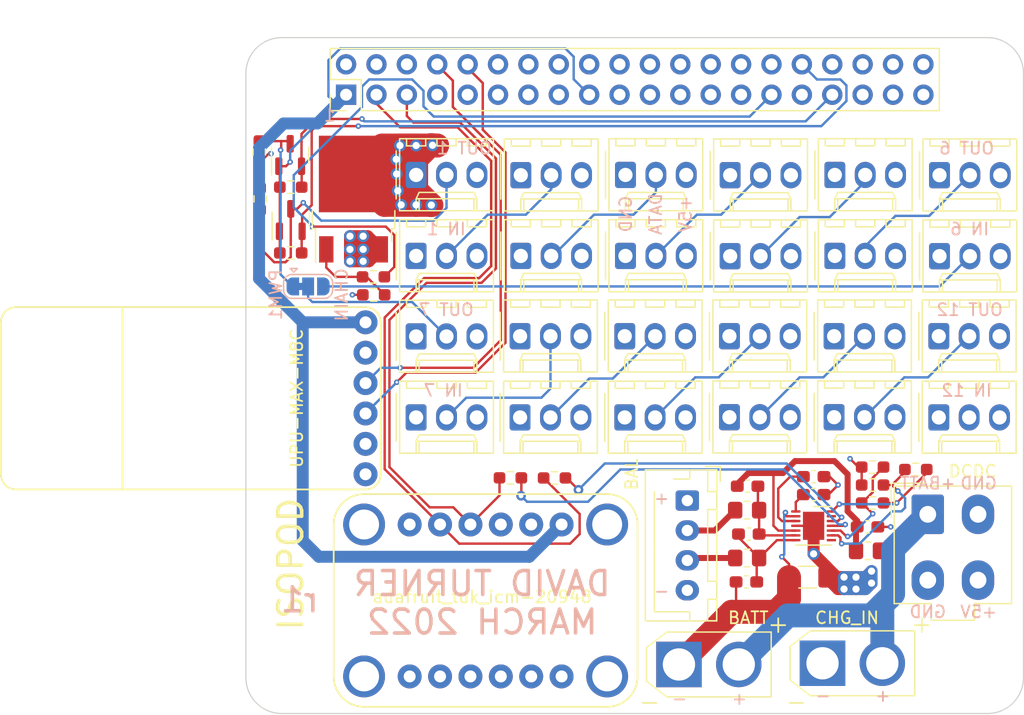
<source format=kicad_pcb>
(kicad_pcb (version 20211014) (generator pcbnew)
  (layers (0 "F.Cu" signal) (1 "In1.Cu" signal) (2 "In2.Cu" signal) (31 "B.Cu" signal) (34 "B.Paste" user) (35 "F.Paste" user) (36 "B.SilkS" user "B.Silkscreen") (37 "F.SilkS" user "F.Silkscreen") (38 "B.Mask" user) (39 "F.Mask" user) (44 "Edge.Cuts" user))
  (net 0 "")
  (net 1 "Net-(C1-Pad1)")
  (net 2 "GND")
  (net 3 "Net-(C2-Pad1)")
  (net 4 "Net-(C3-Pad1)")
  (net 5 "Net-(C3-Pad2)")
  (net 6 "Net-(C5-Pad2)")
  (net 7 "Net-(C6-Pad2)")
  (net 8 "/LED_GND")
  (net 9 "/LED_DATA_1")
  (net 10 "+5V")
  (net 11 "Net-(J10-Pad2)")
  (net 12 "Net-(J11-Pad2)")
  (net 13 "Net-(J12-Pad2)")
  (net 14 "Net-(J13-Pad2)")
  (net 15 "Net-(J14-Pad2)")
  (net 16 "Net-(J15-Pad2)")
  (net 17 "Net-(J17-Pad2)")
  (net 18 "Net-(J18-Pad2)")
  (net 19 "Net-(J19-Pad2)")
  (net 20 "Net-(J20-Pad2)")
  (net 21 "Net-(J21-Pad2)")
  (net 22 "Net-(J22-Pad2)")
  (net 25 "Net-(J29-Pad2)")
  (net 26 "Net-(J29-Pad3)")
  (net 28 "+3V3")
  (net 29 "/I2C_SDA")
  (net 30 "/I2C_SCL")
  (net 32 "/GPS_RXD")
  (net 33 "/GPS_TXD")
  (net 48 "/LED_PWR_EN")
  (net 50 "/LED_DATA_LV_1")
  (net 51 "/LED_DATA_LV_2")
  (net 57 "/LED_DATA_2")
  (net 58 "Net-(Q1-Pad1)")
  (net 60 "Net-(R7-Pad1)")
  (net 61 "Net-(R8-Pad2)")
  (net 62 "Net-(R13-Pad1)")
  (net 72 "Net-(J1-Pad2)")
  (net 74 "Net-(R13-Pad2)")
  (net 75 "Net-(R14-Pad2)")
  (footprint "Connector_Molex:Molex_Mini-Fit_Jr_5566-04A_2x02_P4.20mm_Vertical" (layer "F.Cu") (at 207 139.85)
    (fp_text reference "J8" hide)
    (fp_text value "DCDC")
  )
  (footprint "Package_TO_SOT_SMD:SOT-23" (layer "F.Cu") (at 153.75 115.25 90)
    (fp_text reference "Q2" hide)
    (fp_text value "BSS138")
  )
  (footprint "Resistor_SMD:R_0603_1608Metric_Pad0.98x0.95mm_HandSolder" (layer "F.Cu") (at 153.75 112.5)
    (fp_text reference "R11" hide)
    (fp_text value "10k")
  )
  (footprint "Capacitor_SMD:C_0603_1608Metric_Pad1.08x0.95mm_HandSolder" (layer "F.Cu") (at 197.4625 138.2)
    (fp_text reference "C1" hide)
    (fp_text value "470n")
  )
  (footprint "Connector_Molex:Molex_KK-254_AE-6410-03A_1x03_P2.54mm_Vertical" (layer "F.Cu") (at 164.23 131.75)
    (fp_text reference "J23" hide)
    (fp_text value "IN 7")
  )
  (footprint "Connector_Molex:Molex_KK-254_AE-6410-03A_1x03_P2.54mm_Vertical" (layer "F.Cu") (at 207.98 118.27)
    (fp_text reference "J15" hide)
    (fp_text value "IN 6")
  )
  (footprint "MountingHole:MountingHole_2.7mm" (layer "F.Cu") (at 211.5 103.5)
    (fp_text reference "H4" hide)
    (fp_text value "MountingHole" hide)
  )
  (footprint "Resistor_SMD:R_0603_1608Metric_Pad0.98x0.95mm_HandSolder" (layer "F.Cu") (at 151.1125 109.5625 90)
    (fp_text reference "R12" hide)
    (fp_text value "10k")
  )
  (footprint "Connector_PinHeader_2.54mm:PinHeader_2x20_P2.54mm_Vertical" (layer "F.Cu") (at 158.375 104.775 90)
    (fp_text reference "J30" hide)
    (fp_text value "Raspberry_Pi_2_3")
  )
  (footprint "Package_TO_SOT_SMD:SOT-23" (layer "F.Cu") (at 153.7 109.8125 90)
    (fp_text reference "Q3" hide)
    (fp_text value "BSS138")
  )
  (footprint "Connector_Molex:Molex_KK-254_AE-6410-03A_1x03_P2.54mm_Vertical" (layer "F.Cu") (at 172.98 118.25)
    (fp_text reference "J11" hide)
    (fp_text value "IN 2")
  )
  (footprint "Connector_AMASS:AMASS_XT30U-M_1x02_P5.0mm_Vertical" (layer "F.Cu") (at 186.2 152.4)
    (fp_text reference "J16" hide)
    (fp_text value "BATT")
  )
  (footprint "Connector_Molex:Molex_KK-254_AE-6410-03A_1x03_P2.54mm_Vertical" (layer "F.Cu") (at 199.23 118.25)
    (fp_text reference "J14" hide)
    (fp_text value "IN 5")
  )
  (footprint "Resistor_SMD:R_1206_3216Metric_Pad1.30x1.75mm_HandSolder" (layer "F.Cu") (at 196.95 145.1)
    (fp_text reference "R4" hide)
    (fp_text value "0.01R")
  )
  (footprint "Connector_Molex:Molex_KK-254_AE-6410-03A_1x03_P2.54mm_Vertical" (layer "F.Cu") (at 190.48 118.27)
    (fp_text reference "J13" hide)
    (fp_text value "IN 4")
  )
  (footprint "Capacitor_SMD:C_0603_1608Metric_Pad1.08x0.95mm_HandSolder" (layer "F.Cu") (at 192.0375 141.5 180)
    (fp_text reference "C5" hide)
    (fp_text value "1n")
  )
  (footprint "Resistor_SMD:R_0603_1608Metric_Pad0.98x0.95mm_HandSolder" (layer "F.Cu") (at 172.1125 136.8)
    (fp_text reference "R8" hide)
    (fp_text value "150")
  )
  (footprint "Connector_AMASS:AMASS_XT30U-M_1x02_P5.0mm_Vertical" (layer "F.Cu") (at 198.2 152.3)
    (fp_text reference "J1" hide)
    (fp_text value "CHG_IN")
  )
  (footprint "Resistor_SMD:R_0805_2012Metric_Pad1.20x1.40mm_HandSolder" (layer "F.Cu") (at 202 142.9 180)
    (fp_text reference "R1" hide)
    (fp_text value "10")
  )
  (footprint "Connector_Molex:Molex_KK-254_AE-6410-03A_1x03_P2.54mm_Vertical" (layer "F.Cu") (at 181.67 124.96)
    (fp_text reference "J19" hide)
    (fp_text value "OUT 9")
  )
  (footprint "Resistor_SMD:R_0603_1608Metric_Pad0.98x0.95mm_HandSolder" (layer "F.Cu") (at 160.6625 120 180)
    (fp_text reference "R5" hide)
    (fp_text value "2R2")
  )
  (footprint "Connector_Molex:Molex_KK-254_AE-6410-03A_1x03_P2.54mm_Vertical" (layer "F.Cu") (at 164.23 111.48)
    (fp_text reference "J2" hide)
    (fp_text value "OUT 1")
  )
  (footprint "Capacitor_SMD:C_0603_1608Metric_Pad1.08x0.95mm_HandSolder" (layer "F.Cu") (at 201.9625 140.9)
    (fp_text reference "C4" hide)
    (fp_text value "100n")
  )
  (footprint "Resistor_SMD:R_0805_2012Metric_Pad1.20x1.40mm_HandSolder" (layer "F.Cu") (at 191.9 139.5)
    (fp_text reference "R2" hide)
    (fp_text value "100")
  )
  (footprint "Connector_Molex:Molex_KK-254_AE-6410-03A_1x03_P2.54mm_Vertical" (layer "F.Cu") (at 181.67 131.75)
    (fp_text reference "J25" hide)
    (fp_text value "IN 9")
  )
  (footprint "upu-max-m8c:upu-max-m8c" (layer "F.Cu") (at 160 136.5)
    (fp_text reference "U2" hide)
    (fp_text value "UPU-MAX-M8C")
  )
  (footprint "Resistor_SMD:R_0805_2012Metric_Pad1.20x1.40mm_HandSolder" (layer "F.Cu") (at 191.9 143.5)
    (fp_text reference "R3" hide)
    (fp_text value "100")
  )
  (footprint "adafruit-tdk-icm-20948:adafruit-tdk-icm-20948" (layer "F.Cu") (at 180.2 140.7 180)
    (fp_text reference "U3" hide)
    (fp_text value "adafruit_tdk_icm-20948")
  )
  (footprint "Connector_Molex:Molex_KK-254_AE-6410-03A_1x03_P2.54mm_Vertical" (layer "F.Cu") (at 181.73 111.48)
    (fp_text reference "J4" hide)
    (fp_text value "OUT 3")
  )
  (footprint "Capacitor_SMD:C_0603_1608Metric_Pad1.08x0.95mm_HandSolder" (layer "F.Cu") (at 191.9375 137.5)
    (fp_text reference "C3" hide)
    (fp_text value "1n")
  )
  (footprint "Connector_JST:JST_XH_B4B-XH-AM_1x04_P2.50mm_Vertical" (layer "F.Cu") (at 186.9 138.7 -90)
    (fp_text reference "J29" hide)
    (fp_text value "BAL")
  )
  (footprint "Connector_Molex:Molex_KK-254_AE-6410-03A_1x03_P2.54mm_Vertical" (layer "F.Cu") (at 164.23 124.98)
    (fp_text reference "J17" hide)
    (fp_text value "OUT 7")
  )
  (footprint "Capacitor_SMD:C_0603_1608Metric_Pad1.08x0.95mm_HandSolder" (layer "F.Cu") (at 191.8375 145.5 180)
    (fp_text reference "C6" hide)
    (fp_text value "1n")
  )
  (footprint "Connector_Molex:Molex_KK-254_AE-6410-03A_1x03_P2.54mm_Vertical" (layer "F.Cu") (at 199.17 131.73)
    (fp_text reference "J27" hide)
    (fp_text value "IN 11")
  )
  (footprint "Connector_Molex:Molex_KK-254_AE-6410-03A_1x03_P2.54mm_Vertical" (layer "F.Cu") (at 199.23 111.48)
    (fp_text reference "J6" hide)
    (fp_text value "OUT 5")
  )
  (footprint "Connector_Molex:Molex_KK-254_AE-6410-03A_1x03_P2.54mm_Vertical" (layer "F.Cu") (at 190.42 124.96)
    (fp_text reference "J20" hide)
    (fp_text value "OUT 10")
  )
  (footprint "Resistor_SMD:R_0603_1608Metric_Pad0.98x0.95mm_HandSolder" (layer "F.Cu") (at 175.8 136.81 180)
    (fp_text reference "R7" hide)
    (fp_text value "150")
  )
  (footprint "Connector_Molex:Molex_KK-254_AE-6410-03A_1x03_P2.54mm_Vertical" (layer "F.Cu") (at 181.73 118.25)
    (fp_text reference "J12" hide)
    (fp_text value "IN 3")
  )
  (footprint "Connector_Molex:Molex_KK-254_AE-6410-03A_1x03_P2.54mm_Vertical" (layer "F.Cu") (at 190.48 111.5)
    (fp_text reference "J5" hide)
    (fp_text value "OUT 4")
  )
  (footprint "MountingHole:MountingHole_2.7mm" (layer "F.Cu") (at 153.5 103.5)
    (fp_text reference "H1" hide)
    (fp_text value "MountingHole" hide)
  )
  (footprint "MountingHole:MountingHole_2.7mm" (layer "F.Cu") (at 153.5 153)
    (fp_text reference "H3" hide)
    (fp_text value "MountingHole" hide)
  )
  (footprint "Connector_Molex:Molex_KK-254_AE-6410-03A_1x03_P2.54mm_Vertical" (layer "F.Cu") (at 164.23 118.25)
    (fp_text reference "J10" hide)
    (fp_text value "IN 1")
  )
  (footprint "Package_TO_SOT_SMD:TO-252-2" (layer "F.Cu") (at 159 113.5 90)
    (fp_text reference "Q1" hide)
    (fp_text value "IRLR6225TRPBF")
  )
  (footprint "Connector_Molex:Molex_KK-254_AE-6410-03A_1x03_P2.54mm_Vertical" (layer "F.Cu") (at 172.92 124.96)
    (fp_text reference "J18" hide)
    (fp_text value "OUT 8")
  )
  (footprint "Connector_Molex:Molex_KK-254_AE-6410-03A_1x03_P2.54mm_Vertical" (layer "F.Cu") (at 172.98 111.5)
    (fp_text reference "J3" hide)
    (fp_text value "OUT 2")
  )
  (footprint "Connector_Molex:Molex_KK-254_AE-6410-03A_1x03_P2.54mm_Vertical" (layer "F.Cu") (at 199.17 124.96)
    (fp_text reference "J21" hide)
    (fp_text value "OUT 11")
  )
  (footprint "Package_DFN_QFN:TDFN-14-1EP_3x3mm_P0.4mm_EP1.78x2.35mm" (layer "F.Cu") (at 197.455 140.81)
    (fp_text reference "U1" hide)
    (fp_text value "MAX17205")
  )
  (footprint "Connector_Molex:Molex_KK-254_AE-6410-03A_1x03_P2.54mm_Vertical" (layer "F.Cu") (at 207.92 124.96)
    (fp_text reference "J22" hide)
    (fp_text value "OUT 12")
  )
  (footprint "Resistor_SMD:R_0603_1608Metric_Pad0.98x0.95mm_HandSolder" (layer "F.Cu") (at 202.3875 138.9 180)
    (fp_text reference "R14" hide)
    (fp_text value "DNF")
  )
  (footprint "Connector_Molex:Molex_KK-254_AE-6410-03A_1x03_P2.54mm_Vertical" (layer "F.Cu") (at 172.92 131.75)
    (fp_text reference "J24" hide)
    (fp_text value "IN 8")
  )
  (footprint "Resistor_SMD:R_0603_1608Metric_Pad0.98x0.95mm_HandSolder" (layer "F.Cu") (at 202.3875 135.9 180)
    (fp_text reference "R16" hide)
    (fp_text value "DNF")
  )
  (footprint "Resistor_SMD:R_0603_1608Metric_Pad0.98x0.95mm_HandSolder" (layer "F.Cu") (at 153.75 118)
    (fp_text reference "R9" hide)
    (fp_text value "10k")
  )
  (footprint "MountingHole:MountingHole_2.7mm" (layer "F.Cu") (at 211.5 153)
    (fp_text reference "H2" hide)
    (fp_text value "MountingHole" hide)
  )
  (footprint "Connector_Molex:Molex_KK-254_AE-6410-03A_1x03_P2.54mm_Vertical" (layer "F.Cu") (at 207.98 111.5)
    (fp_text reference "J7" hide)
    (fp_text value "OUT 6")
  )
  (footprint "Connector_Molex:Molex_KK-254_AE-6410-03A_1x03_P2.54mm_Vertical" (layer "F.Cu") (at 190.42 131.73)
    (fp_text reference "J26" hide)
    (fp_text value "IN 10")
  )
  (footprint "Resistor_SMD:R_0603_1608Metric_Pad0.98x0.95mm_HandSolder" (layer "F.Cu") (at 160.6875 121.5 180)
    (fp_text reference "R6" hide)
    (fp_text value "10k")
  )
  (footprint "Resistor_SMD:R_0603_1608Metric_Pad0.98x0.95mm_HandSolder" (layer "F.Cu") (at 151.2 113.4875 -90)
    (fp_text reference "R10" hide)
    (fp_text value "10k")
  )
  (footprint "Resistor_SMD:R_0603_1608Metric_Pad0.98x0.95mm_HandSolder" (layer "F.Cu") (at 206 136.1 180)
    (fp_text reference "R13" hide)
    (fp_text value "DNF")
  )
  (footprint "Connector_Molex:Molex_KK-254_AE-6410-03A_1x03_P2.54mm_Vertical" (layer "F.Cu") (at 207.92 131.75)
    (fp_text reference "J28" hide)
    (fp_text value "IN 12")
  )
  (footprint "Capacitor_SMD:C_0603_1608Metric_Pad1.08x0.95mm_HandSolder" (layer "F.Cu") (at 197.4625 136.7)
    (fp_text reference "C2" hide)
    (fp_text value "470n")
  )
  (footprint "Resistor_SMD:R_0603_1608Metric_Pad0.98x0.95mm_HandSolder" (layer "F.Cu") (at 202.3875 137.4 180)
    (fp_text reference "R15" hide)
    (fp_text value "DNF")
  )
  (footprint "Jumper:SolderJumper-3_P1.3mm_Bridged12_RoundedPad1.0x1.5mm" (layer "B.Cu") (at 155.2 120.8)
    (fp_text reference "JP1" hide)
    (fp_text value "SolderJumper_3_Open")
  )
  (gr_line locked (start 212 156.5) (end 153 156.5) (layer "Edge.Cuts") (width 0.1))
  (gr_line locked (start 215 103) (end 215 153.5) (layer "Edge.Cuts") (width 0.1))
  (gr_arc locked (start 153 156.5) (mid 150.87868 155.62132) (end 150 153.5) (layer "Edge.Cuts") (width 0.1))
  (gr_arc locked (start 215 153.5) (mid 214.12132 155.62132) (end 212 156.5) (layer "Edge.Cuts") (width 0.1))
  (gr_arc locked (start 150 103) (mid 150.87868 100.87868) (end 153 100) (layer "Edge.Cuts") (width 0.1))
  (gr_line locked (start 153 100) (end 212 100) (layer "Edge.Cuts") (width 0.1))
  (gr_arc locked (start 212 100) (mid 214.12132 100.87868) (end 215 103) (layer "Edge.Cuts") (width 0.1))
  (gr_line locked (start 150 153.5) (end 150 103) (layer "Edge.Cuts") (width 0.1))
  (gr_text "GND" (at 181.75 114.75 90) (layer "B.SilkS") (effects (font (size 1 1)) (justify mirror)))
  (gr_text "-" (at 184.75 146.25) (layer "B.SilkS") (effects (font (size 1 1)) (justify mirror)))
  (gr_text "OUT 1" (at 168.25 109.25) (layer "B.SilkS") (effects (font (size 1 1)) (justify mirror)))
  (gr_text "r1" (at 154.5 147) (layer "B.SilkS") (effects (font (size 2 2) (thickness 0.3)) (justify mirror)))
  (gr_text "-" (at 186.25 155.25) (layer "B.SilkS") (effects (font (size 1 1)) (justify mirror)))
  (gr_text "OUT 6" (at 210.25 109.25) (layer "B.SilkS") (effects (font (size 1 1)) (justify mirror)))
  (gr_text "IN 1" (at 166.75 116) (layer "B.SilkS") (effects (font (size 1 1)) (justify mirror)))
  (gr_text "IN 6" (at 210.5 116) (layer "B.SilkS") (effects (font (size 1 1)) (justify mirror)))
  (gr_text "IN 12" (at 210.25 129.5) (layer "B.SilkS") (effects (font (size 1 1)) (justify mirror)))
  (gr_text "PWM1" (at 152.5 121.5 90) (layer "B.SilkS") (effects (font (size 1 1)) (justify mirror)))
  (gr_text "-" (at 198.25 155) (layer "B.SilkS") (effects (font (size 1 1)) (justify mirror)))
  (gr_text "CHAIN" (at 158 121.5 90) (layer "B.SilkS") (effects (font (size 1 1)) (justify mirror)))
  (gr_text "OUT 12" (at 210.5 122.75) (layer "B.SilkS") (effects (font (size 1 1)) (justify mirror)))
  (gr_text "1" (at 157 106.5) (layer "B.SilkS") (effects (font (size 1 1)) (justify mirror)))
  (gr_text "+5V" (at 211.25 148) (layer "B.SilkS") (effects (font (size 1 1)) (justify mirror)))
  (gr_text "GND" (at 207 148) (layer "B.SilkS") (effects (font (size 1 1)) (justify mirror)))
  (gr_text "GND" (at 211.25 137.25) (layer "B.SilkS") (effects (font (size 1 1)) (justify mirror)))
  (gr_text "OUT 7" (at 166.75 122.75) (layer "B.SilkS") (effects (font (size 1 1)) (justify mirror)))
  (gr_text "+" (at 191.25 155.25) (layer "B.SilkS") (effects (font (size 1 1)) (justify mirror)))
  (gr_text "+" (at 203.25 155) (layer "B.SilkS") (effects (font (size 1 1)) (justify mirror)))
  (gr_text "DATA" (at 184.25 114.75 90) (layer "B.SilkS") (effects (font (size 1 1)) (justify mirror)))
  (gr_text "DAVID TURNER\nMARCH 2022" (at 169.75 147.25) (layer "B.SilkS") (effects (font (size 2 2) (thickness 0.3)) (justify mirror)))
  (gr_text "+5V" (at 186.75 114.75 90) (layer "B.SilkS") (effects (font (size 1 1)) (justify mirror)))
  (gr_text "+BATT" (at 207 137.25) (layer "B.SilkS") (effects (font (size 1 1)) (justify mirror)))
  (gr_text "+" (at 184.75 138.5) (layer "B.SilkS") (effects (font (size 1 1)) (justify mirror)))
  (gr_text "IN 7" (at 166.5 129.5) (layer "B.SilkS") (effects (font (size 1 1)) (justify mirror)))
  (gr_text "ISOPOD" (at 153.75 144 90) (layer "F.SilkS") (effects (font (size 2 2) (thickness 0.3))))
  (segment (start 195.9675 139.61) (end 195.9675 138.8325) (width 0.2) (layer "F.Cu") (net 1))
  (segment (start 195.9675 138.8325) (end 196.6 138.2) (width 0.2) (layer "F.Cu") (net 1))
  (segment (start 199.4 145.1) (end 197.455 143.155) (width 1) (layer "F.Cu") (net 2))
  (segment (start 159.775 121.5) (end 158.9 121.5) (width 0.2) (layer "F.Cu") (net 2))
  (segment (start 202.825 140.9) (end 203.9 140.9) (width 0.2) (layer "F.Cu") (net 2))
  (segment (start 200 145.1) (end 201 145.1) (width 1) (layer "F.Cu") (net 2))
  (segment (start 160.28 118.7) (end 161.28 117.7) (width 1) (layer "F.Cu") (net 2))
  (segment (start 198.5 144.2) (end 197.455 143.155) (width 1) (layer "F.Cu") (net 2))
  (segment (start 197.455 143.155) (end 197.455 140.81) (width 1) (layer "F.Cu") (net 2))
  (segment (start 159.05 116.95) (end 159.8 117.7) (width 1) (layer "F.Cu") (net 2))
  (segment (start 158.7 116.6) (end 159.05 116.95) (width 1) (layer "F.Cu") (net 2))
  (segment (start 198.325 138.2) (end 198.7 138.2) (width 0.2) (layer "F.Cu") (net 2))
  (segment (start 198.5 145.1) (end 198.5 144.2) (width 1) (layer "F.Cu") (net 2))
  (segment (start 159.8 117.7) (end 159.8 116.6) (width 1) (layer "F.Cu") (net 2))
  (segment (start 202.3 144.6) (end 202.3 145.6) (width 1) (layer "F.Cu") (net 2))
  (segment (start 199.5 146.1) (end 200 146.1) (width 1) (layer "F.Cu") (net 2))
  (segment (start 158.7 117.7) (end 158.7 116.6) (width 1) (layer "F.Cu") (net 2))
  (segment (start 159.8 118.7) (end 160.28 118.7) (width 1) (layer "F.Cu") (net 2))
  (segment (start 159.8 117.7) (end 158.7 117.7) (width 1) (layer "F.Cu") (net 2))
  (segment (start 161.28 117.7) (end 159.8 117.7) (width 1) (layer "F.Cu") (net 2))
  (segment (start 159.8 117.7) (end 159.8 118.7) (width 1) (layer "F.Cu") (net 2))
  (segment (start 198.8 136.7) (end 199.5 137.4) (width 0.2) (layer "F.Cu") (net 2))
  (segment (start 201 146.1) (end 201.8 146.1) (width 1) (layer "F.Cu") (net 2))
  (segment (start 201.8 145.1) (end 202.3 144.6) (width 1) (layer "F.Cu") (net 2))
  (segment (start 198.5 145.1) (end 199.5 146.1) (width 1) (layer "F.Cu") (net 2))
  (segment (start 158.7 117.7) (end 158.7 118.7) (width 1) (layer "F.Cu") (net 2))
  (segment (start 198.5 145.1) (end 200 145.1) (width 1) (layer "F.Cu") (net 2))
  (segment (start 201.8 146.1) (end 202.3 145.6) (width 1) (layer "F.Cu") (net 2))
  (segment (start 201.475 137.4) (end 201.475 135.9) (width 0.2) (layer "F.Cu") (net 2))
  (segment (start 200 146.1) (end 201 146.1) (width 1) (layer "F.Cu") (net 2))
  (segment (start 158.7 118.7) (end 159.8 118.7) (width 1) (layer "F.Cu") (net 2))
  (segment (start 201 145.1) (end 201.8 145.1) (width 1) (layer "F.Cu") (net 2))
  (segment (start 198.325 136.7) (end 198.8 136.7) (width 0.2) (layer "F.Cu") (net 2))
  (segment (start 200 145.1) (end 199.4 145.1) (width 1) (layer "F.Cu") (net 2))
  (segment (start 201.475 135.9) (end 201.2 135.9) (width 0.2) (layer "F.Cu") (net 2))
  (segment (start 201 145.1) (end 201 146.1) (width 1) (layer "F.Cu") (net 2))
  (segment (start 159.8 116.6) (end 158.7 116.6) (width 1) (layer "F.Cu") (net 2))
  (segment (start 159.8 116.6) (end 160.18 116.6) (width 1) (layer "F.Cu") (net 2))
  (segment (start 160.18 116.6) (end 161.28 117.7) (width 1) (layer "F.Cu") (net 2))
  (segment (start 198.7 138.2) (end 199.5 137.4) (width 0.2) (layer "F.Cu") (net 2))
  (segment (start 200 145.1) (end 200 146.1) (width 1) (layer "F.Cu") (net 2))
  (segment (start 201.2 135.9) (end 200.5 135.2) (width 0.2) (layer "F.Cu") (net 2))
  (segment (start 195.9675 140.81) (end 197.455 140.81) (width 0.2) (layer "F.Cu") (net 2))
  (via (at 201 146.1) (size 1) (drill 0.6) (layers "F.Cu" "B.Cu") (net 2))
  (via (at 158.7 117.7) (size 1) (drill 0.6) (layers "F.Cu" "B.Cu") (net 2))
  (via (at 199.5 137.4) (size 0.46) (drill 0.2) (layers "F.Cu" "B.Cu") (net 2))
  (via (at 159.8 118.7) (size 1) (drill 0.6) (layers "F.Cu" "B.Cu") (net 2))
  (via (at 158.7 116.6) (size 1) (drill 0.6) (layers "F.Cu" "B.Cu") (net 2))
  (via (at 159.8 116.6) (size 1) (drill 0.6) (layers "F.Cu" "B.Cu") (net 2))
  (via (at 197.455 143.155) (size 1) (drill 0.6) (layers "F.Cu" "B.Cu") (net 2))
  (via (at 200 145.1) (size 1) (drill 0.6) (layers "F.Cu" "B.Cu") (net 2))
  (via (at 200 146.1) (size 1) (drill 0.6) (layers "F.Cu" "B.Cu") (net 2))
  (via (at 158.7 118.7) (size 1) (drill 0.6) (layers "F.Cu" "B.Cu") (net 2))
  (via (at 158.9 121.5) (size 0.46) (drill 0.2) (layers "F.Cu" "B.Cu") (net 2))
  (via (at 202.3 144.6) (size 1) (drill 0.6) (layers "F.Cu" "B.Cu") (net 2))
  (via (at 203.9 140.9) (size 0.46) (drill 0.2) (layers "F.Cu" "B.Cu") (net 2))
  (via (at 159.8 117.7) (size 1) (drill 0.6) (layers "F.Cu" "B.Cu") (net 2))
  (via (at 200.5 135.2) (size 0.46) (drill 0.2) (layers "F.Cu" "B.Cu") (net 2))
  (via (at 202.3 145.6) (size 1) (drill 0.6) (layers "F.Cu" "B.Cu") (net 2))
  (via (at 201 145.1) (size 1) (drill 0.6) (layers "F.Cu" "B.Cu") (net 2))
  (segment (start 200 146.1) (end 201.8 146.1) (width 1) (layer "B.Cu") (net 2))
  (segment (start 201.8 145.1) (end 202.3 144.6) (width 1) (layer "B.Cu") (net 2))
  (segment (start 200 145.1) (end 201.8 145.1) (width 1) (layer "B.Cu") (net 2))
  (segment (start 202.3 144.6) (end 202.3 145.6) (width 1) (layer "B.Cu") (net 2))
  (segment (start 200 145.1) (end 200 146.1) (width 1) (layer "B.Cu") (net 2))
  (segment (start 201.8 146.1) (end 202.3 145.6) (width 1) (layer "B.Cu") (net 2))
  (segment (start 194.5 137.7) (end 195.5 136.7) (width 0.2) (layer "F.Cu") (net 3))
  (segment (start 194.5 140.1) (end 194.5 137.7) (width 0.2) (layer "F.Cu") (net 3))
  (segment (start 194.81 140.41) (end 194.5 140.1) (width 0.2) (layer "F.Cu") (net 3))
  (segment (start 195.9675 140.41) (end 194.81 140.41) (width 0.2) (layer "F.Cu") (net 3))
  (segment (start 195.5 136.7) (end 196.6 136.7) (width 0.2) (layer "F.Cu") (net 3))
  (segment (start 191.075 137.5) (end 191.075 137.325) (width 0.5) (layer "F.Cu") (net 4))
  (segment (start 192 136.4) (end 194.1 136.4) (width 0.5) (layer "F.Cu") (net 4))
  (segment (start 201.1 140.4) (end 201.1 140.9) (width 0.5) (layer "F.Cu") (net 4))
  (segment (start 199.2 135.4) (end 200.3 136.5) (width 0.5) (layer "F.Cu") (net 4))
  (segment (start 194.9 136.4) (end 195.9 135.4) (width 0.5) (layer "F.Cu") (net 4))
  (segment (start 200.3 136.5) (end 200.3 139.6) (width 0.5) (layer "F.Cu") (net 4))
  (segment (start 195.9675 141.21) (end 194.51 141.21) (width 0.2) (layer "F.Cu") (net 4))
  (segment (start 191.075 137.325) (end 192 136.4) (width 0.5) (layer "F.Cu") (net 4))
  (segment (start 201 141) (end 201.1 140.9) (width 0.5) (layer "F.Cu") (net 4))
  (segment (start 194.51 141.21) (end 194.1 140.8) (width 0.2) (layer "F.Cu") (net 4))
  (segment (start 194.1 140.8) (end 194.1 136.4) (width 0.2) (layer "F.Cu") (net 4))
  (segment (start 194.1 136.4) (end 194.9 136.4) (width 0.5) (layer "F.Cu") (net 4))
  (segment (start 200.3 139.6) (end 201.1 140.4) (width 0.5) (layer "F.Cu") (net 4))
  (segment (start 201 142.9) (end 201 141) (width 0.5) (layer "F.Cu") (net 4))
  (segment (start 195.9 135.4) (end 199.2 135.4) (width 0.5) (layer "F.Cu") (net 4))
  (segment (start 192.8 139.4) (end 192.9 139.5) (width 0.2) (layer "F.Cu") (net 5))
  (segment (start 192.8 137.5) (end 192.8 139.4) (width 0.2) (layer "F.Cu") (net 5))
  (segment (start 195.9675 141.61) (end 193.01 141.61) (width 0.2) (layer "F.Cu") (net 5))
  (segment (start 193.01 141.61) (end 192.9 141.5) (width 0.2) (layer "F.Cu") (net 5))
  (segment (start 192.9 139.5) (end 192.9 141.5) (width 0.2) (layer "F.Cu") (net 5))
  (segment (start 192.7 145.5) (end 192.7 143.7) (width 0.2) (layer "F.Cu") (net 6))
  (segment (start 194.39 142.01) (end 192.9 143.5) (width 0.2) (layer "F.Cu") (net 6))
  (segment (start 191.175 141.5) (end 191.175 141.775) (width 0.2) (layer "F.Cu") (net 6))
  (segment (start 192.7 143.7) (end 192.9 143.5) (width 0.2) (layer "F.Cu") (net 6))
  (segment (start 195.9675 142.01) (end 194.39 142.01) (width 0.2) (layer "F.Cu") (net 6))
  (segment (start 191.175 141.775) (end 192.9 143.5) (width 0.2) (layer "F.Cu") (net 6))
  (segment (start 190.975 145.5) (end 190.975 147.625) (width 0.2) (layer "F.Cu") (net 7))
  (segment (start 195.4 146.9) (end 195.4 145.1) (width 2) (layer "F.Cu") (net 7))
  (segment (start 190.6 148) (end 194.3 148) (width 2) (layer "F.Cu") (net 7))
  (segment (start 195.21 140.01) (end 195 139.8) (width 0.2) (layer "F.Cu") (net 7))
  (segment (start 194.8 143.4) (end 195.4 144) (width 0.2) (layer "F.Cu") (net 7))
  (segment (start 186.2 152.4) (end 190.6 148) (width 2) (layer "F.Cu") (net 7))
  (segment (start 195.4 144) (end 195.4 145.1) (width 0.2) (layer "F.Cu") (net 7))
  (segment (start 190.975 147.625) (end 190.6 148) (width 0.2) (layer "F.Cu") (net 7))
  (segment (start 195 139.8) (end 195.1 139.7) (width 0.2) (layer "F.Cu") (net 7))
  (segment (start 194.3 148) (end 195.4 146.9) (width 2) (layer "F.Cu") (net 7))
  (segment (start 195.9675 140.01) (end 195.21 140.01) (width 0.2) (layer "F.Cu") (net 7))
  (via (at 194.8 143.4) (size 0.46) (drill 0.2) (layers "F.Cu" "B.Cu") (net 7))
  (via (at 195.1 139.7) (size 0.46) (drill 0.2) (layers "F.Cu" "B.Cu") (net 7))
  (segment (start 195 143.2) (end 194.8 143.4) (width 0.2) (layer "B.Cu") (net 7))
  (segment (start 195 139.8) (end 195 143.2) (width 0.2) (layer "B.Cu") (net 7))
  (segment (start 161.58 113.98) (end 159 111.4) (width 2) (layer "F.Cu") (net 8))
  (segment (start 159 111.4) (end 160.4 112.8) (width 1) (layer "F.Cu") (net 8))
  (segment (start 162.6 111.4) (end 162.6 112.7) (width 1) (layer "F.Cu") (net 8))
  (segment (start 165.6 109) (end 165.4 109) (width 2) (layer "F.Cu") (net 8))
  (segment (start 162.57 110.17) (end 164.23 110.17) (width 1) (layer "F.Cu") (net 8))
  (segment (start 164.23 112.73) (end 164.23 110.17) (width 2) (layer "F.Cu") (net 8))
  (segment (start 159 111.4) (end 162.1 111.4) (width 2) (layer "F.Cu") (net 8))
  (segment (start 164.23 109.02) (end 161.38 109.02) (width 2) (layer "F.Cu") (net 8))
  (segment (start 162.6 111.4) (end 162.6 110.2) (width 1) (layer "F.Cu") (net 8))
  (segment (start 160.4 112.8) (end 162.7 112.8) (width 1) (layer "F.Cu") (net 8))
  (segment (start 164.23 110.17) (end 164.23 109.02) (width 1) (layer "F.Cu") (net 8))
  (segment (start 162.1 111.4) (end 162.6 111.4) (width 1) (layer "F.Cu") (net 8))
  (segment (start 162.6 112.7) (end 162.7 112.8) (width 1) (layer "F.Cu") (net 8))
  (segment (start 164.23 113.98) (end 165.48 113.98) (width 2) (layer "F.Cu") (net 8))
  (segment (start 165.48 113.98) (end 165.5 114) (width 2) (layer "F.Cu") (net 8))
  (segment (start 165.6 109) (end 165.98 109.02) (width 2) (layer "F.Cu") (net 8))
  (segment (start 165.5 114) (end 164.23 112.73) (width 2) (layer "F.Cu") (net 8))
  (segment (start 162.88 109.02) (end 161.38 109.02) (width 1) (layer "F.Cu") (net 8))
  (segment (start 164.23 113.98) (end 161.58 113.98) (width 2) (layer "F.Cu") (net 8))
  (segment (start 164.15 111.4) (end 164.23 111.48) (width 1) (layer "F.Cu") (net 8))
  (segment (start 165.4 109) (end 164.23 110.17) (width 2) (layer "F.Cu") (net 8))
  (segment (start 165.98 109.02) (end 164.23 109.02) (width 2) (layer "F.Cu") (net 8))
  (segment (start 159 111.4) (end 160.23 110.17) (width 1) (layer "F.Cu") (net 8))
  (segment (start 162.7 112.8) (end 164.4 112.8) (width 1) (layer "F.Cu") (net 8))
  (segment (start 161.38 109.02) (end 159 111.4) (width 1) (layer "F.Cu") (net 8))
  (segment (start 164.23 109.02) (end 162.88 109.02) (width 2) (layer "F.Cu") (net 8))
  (segment (start 160.23 110.17) (end 162.57 110.17) (width 1) (layer "F.Cu") (net 8))
  (segment (start 164.23 111.48) (end 164.23 110.17) (width 1) (layer "F.Cu") (net 8))
  (segment (start 162.6 111.4) (end 164.15 111.4) (width 2) (layer "F.Cu") (net 8))
  (segment (start 162.6 110.2) (end 162.57 110.17) (width 1) (layer "F.Cu") (net 8))
  (via (at 164.23 113.98) (size 1) (drill 0.6) (layers "F.Cu" "B.Cu") (net 8))
  (via (at 162.98 113.98) (size 1) (drill 0.6) (layers "F.Cu" "B.Cu") (net 8))
  (via (at 165.6 109) (size 1) (drill 0.6) (layers "F.Cu" "B.Cu") (net 8))
  (via (at 162.7 112.8) (size 1) (drill 0.6) (layers "F.Cu" "B.Cu") (net 8))
  (via (at 162.6 111.4) (size 1) (drill 0.6) (layers "F.Cu" "B.Cu") (net 8))
  (via (at 165.5 114) (size 1) (drill 0.6) (layers "F.Cu" "B.Cu") (net 8))
  (via (at 162.57 110.17) (size 1) (drill 0.6) (layers "F.Cu" "B.Cu") (net 8))
  (via (at 162.88 109.02) (size 1) (drill 0.6) (layers "F.Cu" "B.Cu") (net 8))
  (via (at 164.23 109.02) (size 1) (drill 0.6) (layers "F.Cu" "B.Cu") (net 8))
  (segment (start 151.2 117.60946) (end 152.36506 118.77452) (width 0.2) (layer "F.Cu") (net 9))
  (segment (start 151.2 114.4) (end 151.2 117.60946) (width 0.2) (layer "F.Cu") (net 9))
  (segment (start 152.36506 118.77452) (end 153.30994 118.77452) (width 0.2) (layer "F.Cu") (net 9))
  (segment (start 153.75 118.33446) (end 153.75 114.3125) (width 0.2) (layer "F.Cu") (net 9))
  (segment (start 154.2875 114.3125) (end 154.8 113.8) (width 0.2) (layer "F.Cu") (net 9))
  (segment (start 153.75 114.3125) (end 154.2875 114.3125) (width 0.2) (layer "F.Cu") (net 9))
  (segment (start 153.30994 118.77452) (end 153.75 118.33446) (width 0.2) (layer "F.Cu") (net 9))
  (via (at 154.8 113.8) (size 0.46) (drill 0.2) (layers "F.Cu" "B.Cu") (net 9))
  (segment (start 165.7 115.3) (end 166.77 114.23) (width 0.2) (layer "B.Cu") (net 9))
  (segment (start 166.77 114.23) (end 166.77 111.48) (width 0.2) (layer "B.Cu") (net 9))
  (segment (start 156.3 115.3) (end 165.7 115.3) (width 0.2) (layer "B.Cu") (net 9))
  (segment (start 154.8 113.8) (end 156.3 115.3) (width 0.2) (layer "B.Cu") (net 9))
  (segment (start 151.1125 110.475) (end 151.125 110.475) (width 0.2) (layer "F.Cu") (net 10))
  (segment (start 151.2 110.5625) (end 151.1125 110.475) (width 0.2) (layer "F.Cu") (net 10))
  (segment (start 151.125 110.475) (end 152 109.6) (width 0.2) (layer "F.Cu") (net 10))
  (segment (start 151.2 112.575) (end 151.2 110.5625) (width 0.2) (layer "F.Cu") (net 10))
  (segment (start 152 109.6) (end 152.1 109.7) (width 0.2) (layer "F.Cu") (net 10))
  (via (at 152.1 109.7) (size 0.46) (drill 0.2) (layers "F.Cu" "B.Cu") (net 10))
  (segment (start 175.52 111.5) (end 175.52 112.68) (width 0.2) (layer "B.Cu") (net 11))
  (segment (start 166.77 118.25) (end 170.22 114.8) (width 0.2) (layer "B.Cu") (net 11))
  (segment (start 175.52 112.68) (end 173.4 114.8) (width 0.2) (layer "B.Cu") (net 11))
  (segment (start 170.22 114.8) (end 173.4 114.8) (width 0.2) (layer "B.Cu") (net 11))
  (segment (start 184.27 112.93) (end 182.4 114.8) (width 0.2) (layer "B.Cu") (net 12))
  (segment (start 175.52 118.25) (end 175.65 118.25) (width 0.2) (layer "B.Cu") (net 12))
  (segment (start 184.27 111.48) (end 184.27 112.93) (width 0.2) (layer "B.Cu") (net 12))
  (segment (start 182.4 114.8) (end 179.1 114.8) (width 0.2) (layer "B.Cu") (net 12))
  (segment (start 175.65 118.25) (end 179.1 114.8) (width 0.2) (layer "B.Cu") (net 12))
  (segment (start 184.27 118.23) (end 187.7 114.8) (width 0.2) (layer "B.Cu") (net 13))
  (segment (start 189.72 114.8) (end 193.02 111.5) (width 0.2) (layer "B.Cu") (net 13))
  (segment (start 184.27 118.25) (end 184.27 118.23) (width 0.2) (layer "B.Cu") (net 13))
  (segment (start 187.7 114.8) (end 189.72 114.8) (width 0.2) (layer "B.Cu") (net 13))
  (segment (start 196.29 115) (end 198.8 115) (width 0.2) (layer "B.Cu") (net 14))
  (segment (start 201.77 112.03) (end 201.77 111.48) (width 0.2) (layer "B.Cu") (net 14))
  (segment (start 198.8 115) (end 201.77 112.03) (width 0.2) (layer "B.Cu") (net 14))
  (segment (start 193.02 118.27) (end 196.29 115) (width 0.2) (layer "B.Cu") (net 14))
  (segment (start 201.77 117.43) (end 204.3 114.9) (width 0.2) (layer "B.Cu") (net 15))
  (segment (start 207.12 114.9) (end 210.52 111.5) (width 0.2) (layer "B.Cu") (net 15))
  (segment (start 204.3 114.9) (end 207.12 114.9) (width 0.2) (layer "B.Cu") (net 15))
  (segment (start 201.77 118.25) (end 201.77 117.43) (width 0.2) (layer "B.Cu") (net 15))
  (segment (start 156.5 120.8) (end 207.99 120.8) (width 0.2) (layer "B.Cu") (net 16))
  (segment (start 207.99 120.8) (end 210.52 118.27) (width 0.2) (layer "B.Cu") (net 16))
  (segment (start 155.2 121.75) (end 155.55 122.1) (width 0.2) (layer "B.Cu") (net 17))
  (segment (start 163.89 122.1) (end 166.77 124.98) (width 0.2) (layer "B.Cu") (net 17))
  (segment (start 155.2 120.8) (end 155.2 121.75) (width 0.2) (layer "B.Cu") (net 17))
  (segment (start 155.55 122.1) (end 163.89 122.1) (width 0.2) (layer "B.Cu") (net 17))
  (segment (start 166.77 131.75) (end 168.42 130.1) (width 0.2) (layer "B.Cu") (net 18))
  (segment (start 168.42 130.1) (end 174.7 130.1) (width 0.2) (layer "B.Cu") (net 18))
  (segment (start 174.7 130.1) (end 175.46 129.34) (width 0.2) (layer "B.Cu") (net 18))
  (segment (start 175.46 129.34) (end 175.46 124.96) (width 0.2) (layer "B.Cu") (net 18))
  (segment (start 180.67 128.5) (end 184.21 124.96) (width 0.2) (layer "B.Cu") (net 19))
  (segment (start 178.71 128.5) (end 180.67 128.5) (width 0.2) (layer "B.Cu") (net 19))
  (segment (start 175.46 131.75) (end 178.71 128.5) (width 0.2) (layer "B.Cu") (net 19))
  (segment (start 184.21 131.75) (end 187.56 128.4) (width 0.2) (layer "B.Cu") (net 20))
  (segment (start 187.56 128.4) (end 189.52 128.4) (width 0.2) (layer "B.Cu") (net 20))
  (segment (start 189.52 128.4) (end 192.96 124.96) (width 0.2) (layer "B.Cu") (net 20))
  (segment (start 192.96 131.73) (end 196.29 128.4) (width 0.2) (layer "B.Cu") (net 21))
  (segment (start 198.27 128.4) (end 201.71 124.96) (width 0.2) (layer "B.Cu") (net 21))
  (segment (start 196.29 128.4) (end 198.27 128.4) (width 0.2) (layer "B.Cu") (net 21))
  (segment (start 207.02 128.4) (end 210.46 124.96) (width 0.2) (layer "B.Cu") (net 22))
  (segment (start 201.71 131.73) (end 205.04 128.4) (width 0.2) (layer "B.Cu") (net 22))
  (segment (start 205.04 128.4) (end 207.02 128.4) (width 0.2) (layer "B.Cu") (net 22))
  (segment (start 189.2 141.2) (end 186.9 141.2) (width 0.5) (layer "F.Cu") (net 25))
  (segment (start 190.9 139.5) (end 189.2 141.2) (width 0.5) (layer "F.Cu") (net 25))
  (segment (start 187.1 143.5) (end 186.9 143.7) (width 0.5) (layer "F.Cu") (net 26))
  (segment (start 190.9 143.5) (end 187.1 143.5) (width 0.5) (layer "F.Cu") (net 26))
  (segment (start 152.8375 112.5) (end 152.8375 110.8375) (width 0.2) (layer "F.Cu") (net 28))
  (segment (start 153.35 110.75) (end 153.7 110.4) (width 0.2) (layer "F.Cu") (net 28))
  (segment (start 152.8375 112.5) (end 152.8375 116.15) (width 0.2) (layer "F.Cu") (net 28))
  (segment (start 152.8375 110.8375) (end 152.75 110.75) (width 0.2) (layer "F.Cu") (net 28))
  (segment (start 152.75 110.75) (end 153.35 110.75) (width 0.2) (layer "F.Cu") (net 28))
  (segment (start 152.8375 118) (end 152.8375 116.225) (width 0.2) (layer "F.Cu") (net 28))
  (segment (start 152.8375 116.15) (end 152.8 116.1875) (width 0.2) (layer "F.Cu") (net 28))
  (segment (start 152.8375 116.225) (end 152.8 116.1875) (width 0.2) (layer "F.Cu") (net 28))
  (via (at 153.7 110.4) (size 0.46) (drill 0.2) (layers "F.Cu" "B.Cu") (net 28))
  (segment (start 173.69 143.4) (end 176.39 140.7) (width 1) (layer "B.Cu") (net 28))
  (segment (start 151.100489 109.227409) (end 153.152898 107.175) (width 1) (layer "B.Cu") (net 28))
  (segment (start 156.1 143.4) (end 173.69 143.4) (width 1) (layer "B.Cu") (net 28))
  (segment (start 156.9 104.9) (end 157.575 105.575) (width 0.2) (layer "B.Cu") (net 28))
  (segment (start 154.750978 123.8) (end 154.750978 142.050978) (width 1) (layer "B.Cu") (net 28))
  (segment (start 178.695 104.775) (end 177.4 103.48) (width 0.2) (layer "B.Cu") (net 28))
  (segment (start 153.7 110.4) (end 153.7 109.45) (width 0.2) (layer "B.Cu") (net 28))
  (segment (start 176.7 100.9) (end 157.9 100.9) (width 0.2) (layer "B.Cu") (net 28))
  (segment (start 154.750978 123.8) (end 151.100489 120.149511) (width 1) (layer "B.Cu") (net 28))
  (segment (start 157.575 105.575) (end 155.975 107.175) (width 1) (layer "B.Cu") (net 28))
  (segment (start 151.100489 120.149511) (end 151.100489 109.227409) (width 1) (layer "B.Cu") (net 28))
  (segment (start 156.9 101.9) (end 156.9 104.9) (width 0.2) (layer "B.Cu") (net 28))
  (segment (start 157.9 100.9) (end 156.9 101.9) (width 0.2) (layer "B.Cu") (net 28))
  (segment (start 158.375 104.775) (end 157.575 105.575) (width 1) (layer "B.Cu") (net 28))
  (segment (start 160 123.8) (end 154.750978 123.8) (width 1) (layer "B.Cu") (net 28))
  (segment (start 153.7 109.45) (end 155.975 107.175) (width 0.2) (layer "B.Cu") (net 28))
  (segment (start 153.152898 107.175) (end 155.975 107.175) (width 1) (layer "B.Cu") (net 28))
  (segment (start 154.750978 142.050978) (end 156.1 143.4) (width 1) (layer "B.Cu") (net 28))
  (segment (start 177.4 103.48) (end 177.4 101.6) (width 0.2) (layer "B.Cu") (net 28))
  (segment (start 177.4 101.6) (end 176.7 100.9) (width 0.2) (layer "B.Cu") (net 28))
  (segment (start 167.83 142.3) (end 177.1 142.3) (width 0.2) (layer "F.Cu") (net 29))
  (segment (start 177.9 139.8225) (end 174.8875 136.81) (width 0.2) (layer "F.Cu") (net 29))
  (segment (start 170.5 110.3) (end 170.5 119.1) (width 0.2) (layer "F.Cu") (net 29))
  (segment (start 161.6 136.07) (end 166.23 140.7) (width 0.2) (layer "F.Cu") (net 29))
  (segment (start 162.9 107.5) (end 167.7 107.5) (width 0.2) (layer "F.Cu") (net 29))
  (segment (start 160.915 105.515) (end 162.9 107.5) (width 0.2) (layer "F.Cu") (net 29))
  (segment (start 167.7 107.5) (end 170.5 110.3) (width 0.2) (layer "F.Cu") (net 29))
  (segment (start 177.9 141.5) (end 177.9 139.8225) (width 0.2) (layer "F.Cu") (net 29))
  (segment (start 177.1 142.3) (end 177.9 141.5) (width 0.2) (layer "F.Cu") (net 29))
  (segment (start 169.5 120.1) (end 164.9 120.1) (width 0.2) (layer "F.Cu") (net 29))
  (segment (start 160.915 104.775) (end 160.915 105.515) (width 0.2) (layer "F.Cu") (net 29))
  (segment (start 164.9 120.1) (end 161.6 123.4) (width 0.2) (layer "F.Cu") (net 29))
  (segment (start 166.23 140.7) (end 167.83 142.3) (width 0.2) (layer "F.Cu") (net 29))
  (segment (start 170.5 119.1) (end 169.5 120.1) (width 0.2) (layer "F.Cu") (net 29))
  (segment (start 161.6 123.4) (end 161.6 136.07) (width 0.2) (layer "F.Cu") (net 29))
  (segment (start 164 107.1) (end 167.9 107.1) (width 0.2) (layer "F.Cu") (net 30))
  (segment (start 162 135.9) (end 165.365 139.265) (width 0.2) (layer "F.Cu") (net 30))
  (segment (start 170.9 110.1) (end 170.9 119.3) (width 0.2) (layer "F.Cu") (net 30))
  (segment (start 168.77 140.7) (end 171.2 138.27) (width 0.2) (layer "F.Cu") (net 30))
  (segment (start 163.455 106.555) (end 164 107.1) (width 0.2) (layer "F.Cu") (net 30))
  (segment (start 165.365 139.265) (end 167.335 139.265) (width 0.2) (layer "F.Cu") (net 30))
  (segment (start 169.7 120.5) (end 165.1 120.5) (width 0.2) (layer "F.Cu") (net 30))
  (segment (start 167.335 139.265) (end 168.77 140.7) (width 0.2) (layer "F.Cu") (net 30))
  (segment (start 170.9 119.3) (end 169.7 120.5) (width 0.2) (layer "F.Cu") (net 30))
  (segment (start 162 123.6) (end 162 135.9) (width 0.2) (layer "F.Cu") (net 30))
  (segment (start 171.2 138.27) (end 171.2 136.8) (width 0.2) (layer "F.Cu") (net 30))
  (segment (start 167.9 107.1) (end 170.9 110.1) (width 0.2) (layer "F.Cu") (net 30))
  (segment (start 165.1 120.5) (end 162 123.6) (width 0.2) (layer "F.Cu") (net 30))
  (segment (start 163.455 104.775) (end 163.455 106.555) (width 0.2) (layer "F.Cu") (net 30))
  (segment (start 171.3 125.3) (end 169 127.6) (width 0.2) (layer "F.Cu") (net 32))
  (segment (start 165.995 102.295) (end 167.3 103.6) (width 0.2) (layer "F.Cu") (net 32))
  (segment (start 167.3 105.8) (end 171.3 109.8) (width 0.2) (layer "F.Cu") (net 32))
  (segment (start 169 127.6) (end 162.9 127.6) (width 0.2) (layer "F.Cu") (net 32))
  (segment (start 165.995 102.235) (end 166.265 102.235) (width 0.2) (layer "F.Cu") (net 32))
  (segment (start 171.3 109.8) (end 171.3 125.3) (width 0.2) (layer "F.Cu") (net 32))
  (segment (start 165.995 102.235) (end 165.995 102.295) (width 0.2) (layer "F.Cu") (net 32))
  (segment (start 167.3 103.6) (end 167.3 105.8) (width 0.2) (layer "F.Cu") (net 32))
  (segment (start 165.995 102.235) (end 165.995 102.695) (width 0.2) (layer "F.Cu") (net 32))
  (via (at 162.9 127.6) (size 0.46) (drill 0.2) (layers "F.Cu" "B.Cu") (net 32))
  (segment (start 162.9 127.6) (end 161.28 127.6) (width 0.2) (layer "B.Cu") (net 32))
  (segment (start 161.28 127.6) (end 160 128.88) (width 0.2) (layer "B.Cu") (net 32))
  (segment (start 168.535 102.235) (end 168.535 102.535) (width 0.2) (layer "F.Cu") (net 33))
  (segment (start 163.42 128) (end 162.61 128.81) (width 0.2) (layer "F.Cu") (net 33))
  (segment (start 169.8 103.8) (end 169.8 107.7) (width 0.2) (layer "F.Cu") (net 33))
  (segment (start 169.2 128) (end 163.42 128) (width 0.2) (layer "F.Cu") (net 33))
  (segment (start 168.535 102.535) (end 169.8 103.8) (width 0.2) (layer "F.Cu") (net 33))
  (segment (start 171.7 109.6) (end 171.7 125.5) (width 0.2) (layer "F.Cu") (net 33))
  (segment (start 171.7 125.5) (end 169.2 128) (width 0.2) (layer "F.Cu") (net 33))
  (segment (start 169.8 107.7) (end 171.7 109.6) (width 0.2) (layer "F.Cu") (net 33))
  (via (at 162.61 128.81) (size 0.46) (drill 0.2) (layers "F.Cu" "B.Cu") (net 33))
  (segment (start 162.61 128.81) (end 160 131.42) (width 0.2) (layer "B.Cu") (net 33))
  (segment (start 155.5 115.8) (end 161.7 115.8) (width 0.2) (layer "F.Cu") (net 48))
  (segment (start 162.4 116.5) (end 162.4 119.175) (width 0.2) (layer "F.Cu") (net 48))
  (segment (start 161.7 115.8) (end 162.4 116.5) (width 0.2) (layer "F.Cu") (net 48))
  (segment (start 162.4 119.175) (end 161.575 120) (width 0.2) (layer "F.Cu") (net 48))
  (via (at 155.5 115.8) (size 0.46) (drill 0.2) (layers "F.Cu" "B.Cu") (net 48))
  (segment (start 163.9 103.5) (end 164.845489 104.445489) (width 0.2) (layer "B.Cu") (net 48))
  (segment (start 160.3 103.5) (end 163.9 103.5) (width 0.2) (layer "B.Cu") (net 48))
  (segment (start 164.845489 104.445489) (end 164.845489 105.745489) (width 0.2) (layer "B.Cu") (net 48))
  (segment (start 159.7 104.1) (end 160.3 103.5) (width 0.2) (layer "B.Cu") (net 48))
  (segment (start 154 114.2) (end 154 111.5) (width 0.2) (layer "B.Cu") (net 48))
  (segment (start 159.7 105.8) (end 159.7 104.1) (width 0.2) (layer "B.Cu") (net 48))
  (segment (start 192.11 106.6) (end 193.935 104.775) (width 0.2) (layer "B.Cu") (net 48))
  (segment (start 165.7 106.6) (end 192.11 106.6) (width 0.2) (layer "B.Cu") (net 48))
  (segment (start 155.5 115.7) (end 154 114.2) (width 0.2) (layer "B.Cu") (net 48))
  (segment (start 154 111.5) (end 159.7 105.8) (width 0.2) (layer "B.Cu") (net 48))
  (segment (start 164.845489 105.745489) (end 165.7 106.6) (width 0.2) (layer "B.Cu") (net 48))
  (segment (start 155.5 115.8) (end 155.5 115.7) (width 0.2) (layer "B.Cu") (net 48))
  (segment (start 154.7 114.8) (end 154.7 116.1875) (width 0.2) (layer "F.Cu") (net 50))
  (segment (start 159.399511 107.400489) (end 159.4 107.4) (width 0.2) (layer "F.Cu") (net 50))
  (segment (start 155.5 114) (end 154.7 114.8) (width 0.2) (layer "F.Cu") (net 50))
  (segment (start 155.5 107.765006) (end 155.5 114) (width 0.2) (layer "F.Cu") (net 50))
  (segment (start 155.864517 107.400489) (end 159.399511 107.400489) (width 0.2) (layer "F.Cu") (net 50))
  (segment (start 154.6625 118) (end 154.6625 116.225) (width 0.2) (layer "F.Cu") (net 50))
  (segment (start 154.6625 116.225) (end 154.7 116.1875) (width 0.2) (layer "F.Cu") (net 50))
  (segment (start 155.864517 107.400489) (end 155.5 107.765006) (width 0.2) (layer "F.Cu") (net 50))
  (via (at 159.399511 107.400489) (size 0.46) (drill 0.2) (layers "F.Cu" "B.Cu") (net 50))
  (segment (start 199.7 103.5) (end 197.74 103.5) (width 0.2) (layer "B.Cu") (net 50))
  (segment (start 198.1 107.4) (end 200.2 105.3) (width 0.2) (layer "B.Cu") (net 50))
  (segment (start 200.2 104) (end 199.7 103.5) (width 0.2) (layer "B.Cu") (net 50))
  (segment (start 200.2 105.3) (end 200.2 104) (width 0.2) (layer "B.Cu") (net 50))
  (segment (start 197.74 103.5) (end 196.475 102.235) (width 0.2) (layer "B.Cu") (net 50))
  (segment (start 159.4 107.4) (end 198.1 107.4) (width 0.2) (layer "B.Cu") (net 50))
  (segment (start 155.7 107) (end 154.65 108.05) (width 0.2) (layer "F.Cu") (net 51))
  (segment (start 155.9 106.8) (end 159.7 106.8) (width 0.2) (layer "F.Cu") (net 51))
  (segment (start 154.6625 110.7625) (end 154.65 110.75) (width 0.2) (layer "F.Cu") (net 51))
  (segment (start 154.65 108.05) (end 154.65 110.75) (width 0.2) (layer "F.Cu") (net 51))
  (segment (start 154.6625 112.5) (end 154.6625 110.7625) (width 0.2) (layer "F.Cu") (net 51))
  (segment (start 155.7 107) (end 155.9 106.8) (width 0.2) (layer "F.Cu") (net 51))
  (via (at 159.7 106.8) (size 0.46) (drill 0.2) (layers "F.Cu" "B.Cu") (net 51))
  (segment (start 159.7 106.8) (end 159.9 107) (width 0.2) (layer "B.Cu") (net 51))
  (segment (start 159.9 107) (end 196.79 107) (width 0.2) (layer "B.Cu") (net 51))
  (segment (start 196.79 107) (end 199.015 104.775) (width 0.2) (layer "B.Cu") (net 51))
  (segment (start 151.1125 108.65) (end 152.95 108.65) (width 0.2) (layer "F.Cu") (net 57))
  (segment (start 153.475 108.65) (end 153.7 108.875) (width 0.2) (layer "F.Cu") (net 57))
  (segment (start 152.95 109.35) (end 152.95 108.65) (width 0.2) (layer "F.Cu") (net 57))
  (segment (start 152.95 108.65) (end 153.475 108.65) (width 0.2) (layer "F.Cu") (net 57))
  (segment (start 152.9 109.4) (end 152.95 109.35) (width 0.2) (layer "F.Cu") (net 57))
  (via (at 152.9 109.4) (size 0.46) (drill 0.2) (layers "F.Cu" "B.Cu") (net 57))
  (segment (start 152.9 119.8) (end 152.9 109.4) (width 0.2) (layer "B.Cu") (net 57))
  (segment (start 153.9 120.8) (end 152.9 119.8) (width 0.2) (layer "B.Cu") (net 57))
  (segment (start 157.5 120) (end 156.72 119.22) (width 0.2) (layer "F.Cu") (net 58))
  (segment (start 156.72 119.22) (end 156.72 117.7) (width 0.2) (layer "F.Cu") (net 58))
  (segment (start 159.75 120) (end 160.1 120) (width 0.2) (layer "F.Cu") (net 58))
  (segment (start 159.75 120) (end 157.5 120) (width 0.2) (layer "F.Cu") (net 58))
  (segment (start 160.1 120) (end 161.6 121.5) (width 0.2) (layer "F.Cu") (net 58))
  (segment (start 176.81 136.81) (end 177.8 137.8) (width 0.2) (layer "F.Cu") (net 60))
  (segment (start 199.8 140.1) (end 199.49 140.41) (width 0.2) (layer "F.Cu") (net 60))
  (segment (start 176.7125 136.81) (end 176.81 136.81) (width 0.2) (layer "F.Cu") (net 60))
  (segment (start 199.49 140.41) (end 198.9425 140.41) (width 0.2) (layer "F.Cu") (net 60))
  (via (at 177.8 137.8) (size 0.8) (drill 0.4) (layers "F.Cu" "B.Cu") (net 60))
  (via (at 199.8 140.1) (size 0.46) (drill 0.2) (layers "F.Cu" "B.Cu") (net 60))
  (segment (start 199.7 140.1) (end 195.2 135.6) (width 0.2) (layer "B.Cu") (net 60))
  (segment (start 180 135.6) (end 177.8 137.8) (width 0.2) (layer "B.Cu") (net 60))
  (segment (start 195.2 135.6) (end 180 135.6) (width 0.2) (layer "B.Cu") (net 60))
  (segment (start 199.8 140.1) (end 199.7 140.1) (width 0.2) (layer "B.Cu") (net 60))
  (segment (start 173.025 136.8) (end 173.025 138.275) (width 0.2) (layer "F.Cu") (net 61))
  (segment (start 199.99 140.81) (end 198.9425 140.81) (width 0.2) (layer "F.Cu") (net 61))
  (segment (start 200.1 140.7) (end 199.99 140.81) (width 0.2) (layer "F.Cu") (net 61))
  (segment (start 173.025 138.275) (end 173 138.3) (width 0.2) (layer "F.Cu") (net 61))
  (via (at 173 138.3) (size 0.8) (drill 0.4) (layers "F.Cu" "B.Cu") (net 61))
  (via (at 200.1 140.7) (size 0.46) (drill 0.2) (layers "F.Cu" "B.Cu") (net 61))
  (segment (start 194.95 136.1) (end 181.3 136.1) (width 0.2) (layer "B.Cu") (net 61))
  (segment (start 199.55 140.7) (end 194.95 136.1) (width 0.2) (layer "B.Cu") (net 61))
  (segment (start 178.6 138.8) (end 173.5 138.8) (width 0.2) (layer "B.Cu") (net 61))
  (segment (start 200.1 140.7) (end 199.55 140.7) (width 0.2) (layer "B.Cu") (net 61))
  (segment (start 181.3 136.1) (end 178.6 138.8) (width 0.2) (layer "B.Cu") (net 61))
  (segment (start 173.5 138.8) (end 173 138.3) (width 0.2) (layer "B.Cu") (net 61))
  (segment (start 198.9425 139.61) (end 198.99 139.61) (width 0.2) (layer "F.Cu") (net 62))
  (segment (start 198.99 139.61) (end 199.6 139) (width 0.2) (layer "F.Cu") (net 62))
  (segment (start 204.4 138.9) (end 203.3 138.9) (width 0.2) (layer "F.Cu") (net 62))
  (segment (start 206.9125 136.3875) (end 206.9125 136.1) (width 0.2) (layer "F.Cu") (net 62))
  (segment (start 204.4 138.9) (end 206.9125 136.3875) (width 0.2) (layer "F.Cu") (net 62))
  (via (at 199.6 139) (size 0.46) (drill 0.2) (layers "F.Cu" "B.Cu") (net 62))
  (via (at 204.4 138.9) (size 0.46) (drill 0.2) (layers "F.Cu" "B.Cu") (net 62))
  (segment (start 204.3 139) (end 204.4 138.9) (width 0.2) (layer "B.Cu") (net 62))
  (segment (start 199.6 139) (end 204.3 139) (width 0.2) (layer "B.Cu") (net 62))
  (segment (start 203.95 142.9) (end 207 139.85) (width 1) (layer "F.Cu") (net 72))
  (segment (start 203 142.9) (end 203.95 142.9) (width 1) (layer "F.Cu") (net 72))
  (segment (start 202.3 148.3) (end 195.3 148.3) (width 2) (layer "B.Cu") (net 72))
  (segment (start 203.2 147.4) (end 202.3 148.3) (width 2) (layer "B.Cu") (net 72))
  (segment (start 203.2 147.4) (end 204.1 146.5) (width 2) (layer "B.Cu") (net 72))
  (segment (start 204.1 146.5) (end 204.1 142.75) (width 2) (layer "B.Cu") (net 72))
  (segment (start 203.2 152.3) (end 203.2 147.4) (width 2) (layer "B.Cu") (net 72))
  (segment (start 195.3 148.3) (end 191.2 152.4) (width 2) (layer "B.Cu") (net 72))
  (segment (start 204.1 142.75) (end 207 139.85) (width 2) (layer "B.Cu") (net 72))
  (segment (start 204 137.4) (end 203.3 137.4) (width 0.2) (layer "F.Cu") (net 74))
  (segment (start 198.9425 141.61) (end 199.51 141.61) (width 0.2) (layer "F.Cu") (net 74))
  (segment (start 204 137.4) (end 205.0875 136.3125) (width 0.2) (layer "F.Cu") (net 74))
  (segment (start 199.51 141.61) (end 199.6 141.7) (width 0.2) (layer "F.Cu") (net 74))
  (segment (start 199.6 141.7) (end 199.7 141.8) (width 0.2) (layer "F.Cu") (net 74))
  (segment (start 204.5 137.9) (end 204 137.4) (width 0.2) (layer "F.Cu") (net 74))
  (segment (start 199.7 141.8) (end 199.7 142.2) (width 0.2) (layer "F.Cu") (net 74))
  (segment (start 199.7 142.2) (end 199.8 142.3) (width 0.2) (layer "F.Cu") (net 74))
  (segment (start 205.0875 136.3125) (end 205.0875 136.1) (width 0.2) (layer "F.Cu") (net 74))
  (via (at 204.5 137.9) (size 0.46) (drill 0.2) (layers "F.Cu" "B.Cu") (net 74))
  (via (at 199.8 142.3) (size 0.46) (drill 0.2) (layers "F.Cu" "B.Cu") (net 74))
  (segment (start 201.3 142.3) (end 203.9 139.7) (width 0.2) (layer "B.Cu") (net 74))
  (segment (start 204 139.6) (end 204.8 139.6) (width 0.2) (layer "B.Cu") (net 74))
  (segment (start 205.1 139.3) (end 205.1 138.5) (width 0.2) (layer "B.Cu") (net 74))
  (segment (start 204.8 139.6) (end 205.1 139.3) (width 0.2) (layer "B.Cu") (net 74))
  (segment (start 203.9 139.7) (end 204 139.6) (width 0.2) (layer "B.Cu") (net 74))
  (segment (start 205.1 138.5) (end 204.5 137.9) (width 0.2) (layer "B.Cu") (net 74))
  (segment (start 199.8 142.3) (end 201.3 142.3) (width 0.2) (layer "B.Cu") (net 74))
  (segment (start 201.5 138.9) (end 201.475 138.9) (width 0.2) (layer "F.Cu") (net 75))
  (segment (start 201.5 138.9) (end 202.4 138) (width 0.2) (layer "F.Cu") (net 75))
  (segment (start 198.9425 141.21) (end 199.71 141.21) (width 0.2) (layer "F.Cu") (net 75))
  (segment (start 202.4 138) (end 202.4 136.8) (width 0.2) (layer "F.Cu") (net 75))
  (segment (start 202.4 139.8) (end 201.5 138.9) (width 0.2) (layer "F.Cu") (net 75))
  (segment (start 200.2 141.7) (end 200.3 141.7) (width 0.2) (layer "F.Cu") (net 75))
  (segment (start 199.71 141.21) (end 200.2 141.7) (width 0.2) (layer "F.Cu") (net 75))
  (segment (start 202.4 136.8) (end 203.3 135.9) (width 0.2) (layer "F.Cu") (net 75))
  (via (at 200.3 141.7) (size 0.46) (drill 0.2) (layers "F.Cu" "B.Cu") (net 75))
  (via (at 202.4 139.8) (size 0.46) (drill 0.2) (layers "F.Cu" "B.Cu") (net 75))
  (segment (start 200.5 141.7) (end 202.4 139.8) (width 0.2) (layer "B.Cu") (net 75))
  (segment (start 200.3 141.7) (end 200.5 141.7) (width 0.2) (layer "B.Cu") (net 75))
  (segment (start 200.2 141.7) (end 200.3 141.7) (width 0.2) (layer "B.Cu") (net 75))
)
</source>
